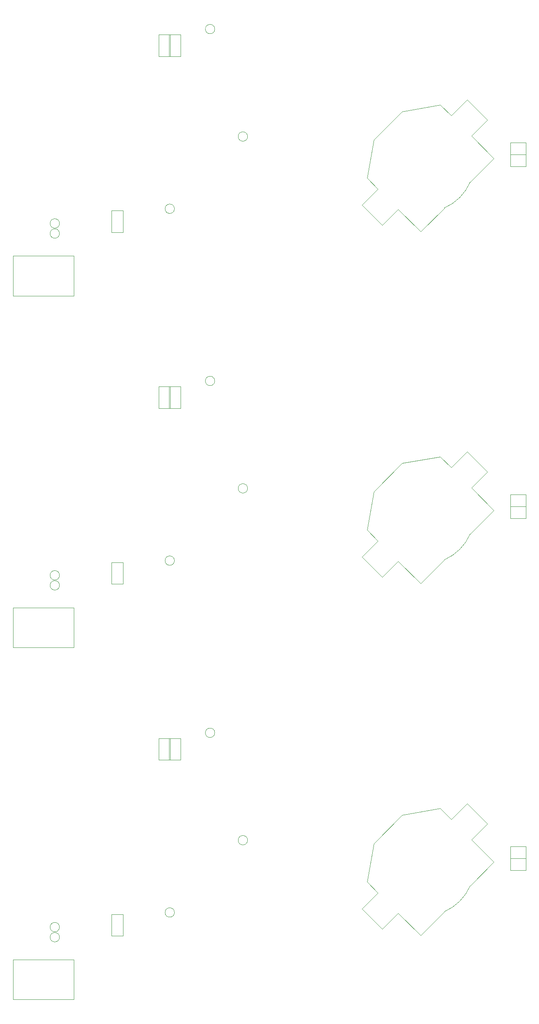
<source format=gbr>
%TF.GenerationSoftware,KiCad,Pcbnew,7.0.5-7.0.5~ubuntu22.04.1*%
%TF.CreationDate,2023-07-04T15:33:40+02:00*%
%TF.ProjectId,panel,70616e65-6c2e-46b6-9963-61645f706362,C*%
%TF.SameCoordinates,Original*%
%TF.FileFunction,Other,User*%
%FSLAX46Y46*%
G04 Gerber Fmt 4.6, Leading zero omitted, Abs format (unit mm)*
G04 Created by KiCad (PCBNEW 7.0.5-7.0.5~ubuntu22.04.1) date 2023-07-04 15:33:40*
%MOMM*%
%LPD*%
G01*
G04 APERTURE LIST*
%ADD10C,0.050000*%
G04 APERTURE END LIST*
D10*
%TO.C,JP1*%
X160600000Y-74375000D02*
X160600000Y-76875000D01*
X160600000Y-74375000D02*
X157300000Y-74375000D01*
X157300000Y-76875000D02*
X160600000Y-76875000D01*
X157300000Y-76875000D02*
X157300000Y-74375000D01*
%TO.C,JP402*%
X82250000Y-198800000D02*
X84750000Y-198800000D01*
X82250000Y-198800000D02*
X82250000Y-203400000D01*
X84750000Y-203400000D02*
X84750000Y-198800000D01*
X84750000Y-203400000D02*
X82250000Y-203400000D01*
%TO.C,JP401*%
X84450000Y-48800000D02*
X86950000Y-48800000D01*
X84450000Y-48800000D02*
X84450000Y-53400000D01*
X86950000Y-53400000D02*
X86950000Y-48800000D01*
X86950000Y-53400000D02*
X84450000Y-53400000D01*
%TO.C,TP406*%
X61075000Y-241175000D02*
G75*
G03*
X61075000Y-241175000I-1000000J0D01*
G01*
%TO.C,JP1*%
X160600000Y-149375000D02*
X160600000Y-151875000D01*
X160600000Y-149375000D02*
X157300000Y-149375000D01*
X157300000Y-151875000D02*
X160600000Y-151875000D01*
X157300000Y-151875000D02*
X157300000Y-149375000D01*
%TO.C,TP904*%
X94200000Y-47600000D02*
G75*
G03*
X94200000Y-47600000I-1000000J0D01*
G01*
%TO.C,BT301*%
X125635682Y-235092211D02*
X129949033Y-239405562D01*
X129949033Y-239405562D02*
X133343146Y-236011450D01*
X126696342Y-229364646D02*
X129029794Y-231698098D01*
X129029794Y-231698098D02*
X125635682Y-235092211D01*
X133343146Y-236011450D02*
X138116117Y-240784420D01*
X138116117Y-240784420D02*
X143171930Y-235728607D01*
X128110556Y-221232918D02*
X126696342Y-229364646D01*
X134191674Y-215151800D02*
X128110556Y-221232918D01*
X142323402Y-213737586D02*
X134191674Y-215151800D01*
X144656854Y-216071038D02*
X142323402Y-213737586D01*
X148970206Y-220384390D02*
X152364318Y-216990277D01*
X153743176Y-225157361D02*
X148687363Y-230213174D01*
X153743176Y-225157361D02*
X148970206Y-220384390D01*
X148050967Y-212676926D02*
X144656854Y-216071038D01*
X152364318Y-216990277D02*
X148050967Y-212676926D01*
X143171930Y-235728607D02*
G75*
G03*
X148687363Y-230213174I-4171926J9687359D01*
G01*
%TO.C,TP903*%
X85600000Y-85900000D02*
G75*
G03*
X85600000Y-85900000I-1000000J0D01*
G01*
%TO.C,BT301*%
X125635682Y-160092211D02*
X129949033Y-164405562D01*
X129949033Y-164405562D02*
X133343146Y-161011450D01*
X126696342Y-154364646D02*
X129029794Y-156698098D01*
X129029794Y-156698098D02*
X125635682Y-160092211D01*
X133343146Y-161011450D02*
X138116117Y-165784420D01*
X138116117Y-165784420D02*
X143171930Y-160728607D01*
X128110556Y-146232918D02*
X126696342Y-154364646D01*
X134191674Y-140151800D02*
X128110556Y-146232918D01*
X142323402Y-138737586D02*
X134191674Y-140151800D01*
X144656854Y-141071038D02*
X142323402Y-138737586D01*
X148970206Y-145384390D02*
X152364318Y-141990277D01*
X153743176Y-150157361D02*
X148687363Y-155213174D01*
X153743176Y-150157361D02*
X148970206Y-145384390D01*
X148050967Y-137676926D02*
X144656854Y-141071038D01*
X152364318Y-141990277D02*
X148050967Y-137676926D01*
X143171930Y-160728607D02*
G75*
G03*
X148687363Y-155213174I-4171926J9687359D01*
G01*
%TO.C,TP406*%
X61075000Y-91175000D02*
G75*
G03*
X61075000Y-91175000I-1000000J0D01*
G01*
%TO.C,JP2*%
X160600000Y-146825000D02*
X160600000Y-149325000D01*
X160600000Y-146825000D02*
X157300000Y-146825000D01*
X157300000Y-149325000D02*
X160600000Y-149325000D01*
X157300000Y-149325000D02*
X157300000Y-146825000D01*
%TO.C,JP1401*%
X72150000Y-86300000D02*
X74650000Y-86300000D01*
X72150000Y-86300000D02*
X72150000Y-90900000D01*
X74650000Y-90900000D02*
X74650000Y-86300000D01*
X74650000Y-90900000D02*
X72150000Y-90900000D01*
%TO.C,J202*%
X64150000Y-104450000D02*
X51150000Y-104450000D01*
X64150000Y-95950000D02*
X64150000Y-104450000D01*
X51150000Y-104450000D02*
X51150000Y-95950000D01*
X51150000Y-95950000D02*
X64150000Y-95950000D01*
%TO.C,JP1*%
X160600000Y-224375000D02*
X160600000Y-226875000D01*
X160600000Y-224375000D02*
X157300000Y-224375000D01*
X157300000Y-226875000D02*
X160600000Y-226875000D01*
X157300000Y-226875000D02*
X157300000Y-224375000D01*
%TO.C,TP902*%
X101200000Y-70500000D02*
G75*
G03*
X101200000Y-70500000I-1000000J0D01*
G01*
X101200000Y-145500000D02*
G75*
G03*
X101200000Y-145500000I-1000000J0D01*
G01*
%TO.C,JP1401*%
X72150000Y-236300000D02*
X74650000Y-236300000D01*
X72150000Y-236300000D02*
X72150000Y-240900000D01*
X74650000Y-240900000D02*
X74650000Y-236300000D01*
X74650000Y-240900000D02*
X72150000Y-240900000D01*
%TO.C,JP402*%
X82250000Y-123800000D02*
X84750000Y-123800000D01*
X82250000Y-123800000D02*
X82250000Y-128400000D01*
X84750000Y-128400000D02*
X84750000Y-123800000D01*
X84750000Y-128400000D02*
X82250000Y-128400000D01*
%TO.C,TP407*%
X61075000Y-89025000D02*
G75*
G03*
X61075000Y-89025000I-1000000J0D01*
G01*
%TO.C,J202*%
X64150000Y-254450000D02*
X51150000Y-254450000D01*
X64150000Y-245950000D02*
X64150000Y-254450000D01*
X51150000Y-254450000D02*
X51150000Y-245950000D01*
X51150000Y-245950000D02*
X64150000Y-245950000D01*
%TO.C,TP407*%
X61075000Y-239025000D02*
G75*
G03*
X61075000Y-239025000I-1000000J0D01*
G01*
%TO.C,J202*%
X64150000Y-179450000D02*
X51150000Y-179450000D01*
X64150000Y-170950000D02*
X64150000Y-179450000D01*
X51150000Y-179450000D02*
X51150000Y-170950000D01*
X51150000Y-170950000D02*
X64150000Y-170950000D01*
%TO.C,TP407*%
X61075000Y-164025000D02*
G75*
G03*
X61075000Y-164025000I-1000000J0D01*
G01*
%TO.C,BT301*%
X125635682Y-85092211D02*
X129949033Y-89405562D01*
X129949033Y-89405562D02*
X133343146Y-86011450D01*
X126696342Y-79364646D02*
X129029794Y-81698098D01*
X129029794Y-81698098D02*
X125635682Y-85092211D01*
X133343146Y-86011450D02*
X138116117Y-90784420D01*
X138116117Y-90784420D02*
X143171930Y-85728607D01*
X128110556Y-71232918D02*
X126696342Y-79364646D01*
X134191674Y-65151800D02*
X128110556Y-71232918D01*
X142323402Y-63737586D02*
X134191674Y-65151800D01*
X144656854Y-66071038D02*
X142323402Y-63737586D01*
X148970206Y-70384390D02*
X152364318Y-66990277D01*
X153743176Y-75157361D02*
X148687363Y-80213174D01*
X153743176Y-75157361D02*
X148970206Y-70384390D01*
X148050967Y-62676926D02*
X144656854Y-66071038D01*
X152364318Y-66990277D02*
X148050967Y-62676926D01*
X143171930Y-85728607D02*
G75*
G03*
X148687363Y-80213174I-4171926J9687359D01*
G01*
%TO.C,TP903*%
X85600000Y-235900000D02*
G75*
G03*
X85600000Y-235900000I-1000000J0D01*
G01*
%TO.C,JP401*%
X84450000Y-123800000D02*
X86950000Y-123800000D01*
X84450000Y-123800000D02*
X84450000Y-128400000D01*
X86950000Y-128400000D02*
X86950000Y-123800000D01*
X86950000Y-128400000D02*
X84450000Y-128400000D01*
%TO.C,TP904*%
X94200000Y-122600000D02*
G75*
G03*
X94200000Y-122600000I-1000000J0D01*
G01*
%TO.C,TP903*%
X85600000Y-160900000D02*
G75*
G03*
X85600000Y-160900000I-1000000J0D01*
G01*
%TO.C,TP904*%
X94200000Y-197600000D02*
G75*
G03*
X94200000Y-197600000I-1000000J0D01*
G01*
%TO.C,JP2*%
X160600000Y-71825000D02*
X160600000Y-74325000D01*
X160600000Y-71825000D02*
X157300000Y-71825000D01*
X157300000Y-74325000D02*
X160600000Y-74325000D01*
X157300000Y-74325000D02*
X157300000Y-71825000D01*
%TO.C,JP401*%
X84450000Y-198800000D02*
X86950000Y-198800000D01*
X84450000Y-198800000D02*
X84450000Y-203400000D01*
X86950000Y-203400000D02*
X86950000Y-198800000D01*
X86950000Y-203400000D02*
X84450000Y-203400000D01*
%TO.C,JP2*%
X160600000Y-221825000D02*
X160600000Y-224325000D01*
X160600000Y-221825000D02*
X157300000Y-221825000D01*
X157300000Y-224325000D02*
X160600000Y-224325000D01*
X157300000Y-224325000D02*
X157300000Y-221825000D01*
%TO.C,TP406*%
X61075000Y-166175000D02*
G75*
G03*
X61075000Y-166175000I-1000000J0D01*
G01*
%TO.C,JP1401*%
X72150000Y-161300000D02*
X74650000Y-161300000D01*
X72150000Y-161300000D02*
X72150000Y-165900000D01*
X74650000Y-165900000D02*
X74650000Y-161300000D01*
X74650000Y-165900000D02*
X72150000Y-165900000D01*
%TO.C,JP402*%
X82250000Y-48800000D02*
X84750000Y-48800000D01*
X82250000Y-48800000D02*
X82250000Y-53400000D01*
X84750000Y-53400000D02*
X84750000Y-48800000D01*
X84750000Y-53400000D02*
X82250000Y-53400000D01*
%TO.C,TP902*%
X101200000Y-220500000D02*
G75*
G03*
X101200000Y-220500000I-1000000J0D01*
G01*
%TD*%
M02*

</source>
